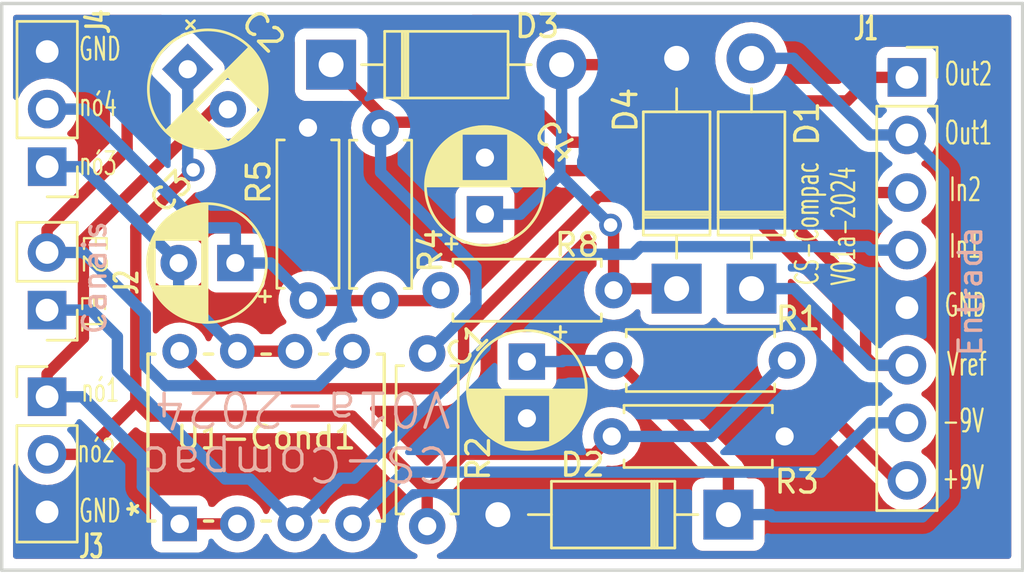
<source format=kicad_pcb>
(kicad_pcb (version 20221018) (generator pcbnew)
  (layers (0 "F.Cu" signal) (31 "B.Cu" signal) (34 "B.Paste" user) (35 "F.Paste" user) (36 "B.SilkS" user "B.Silkscreen") (37 "F.SilkS" user "F.Silkscreen") (38 "B.Mask" user) (39 "F.Mask" user) (44 "Edge.Cuts" user))
  (net 0 "")
  (net 1 "Out_1")
  (net 2 "Earth")
  (net 3 "nó2")
  (net 4 "nó1")
  (net 5 "nó4")
  (net 6 "nó3")
  (net 7 "Out_2")
  (net 8 "Vref")
  (net 9 "Canal_2")
  (net 10 "Canal_1")
  (net 11 "-9V")
  (net 12 "+9V")
  (footprint "Connector_PinHeader_2.54mm:PinHeader_1x02_P2.54mm_Vertical" (layer "F.Cu") (at 124.1 98.625 180)
    (fp_text reference "J2" (at -3.5 1.225 270) (layer "F.SilkS") (effects (font (size 1 0.6))))
    (fp_text value "Canais" (at -2.1 1.425 270) (layer "B.SilkS"))
    (pad "1" thru_hole rect (at 0 0 180) (size 1.7 1.7) (drill 1) (layers "*.Cu" "*.Mask") (net 10 "Canal_1"))
    (pad "2" thru_hole oval (at 0 2.54 180) (size 1.7 1.7) (drill 1) (layers "*.Cu" "*.Mask") (net 9 "Canal_2"))
  )
  (footprint "Capacitor_THT:CP_Radial_D5.0mm_P2.50mm" (layer "F.Cu") (at 132.4 96.55 180)
    (fp_text reference "C3" (at 2.825 3.15 45) (layer "F.SilkS"))
    (fp_text value "1 uF")
    (pad "1" thru_hole rect (at 0 0 180) (size 1.6 1.6) (drill 0.8) (layers "*.Cu" "*.Mask") (net 5 "nó4"))
    (pad "2" thru_hole circle (at 2.5 0 180) (size 1.6 1.6) (drill 0.8) (layers "*.Cu" "*.Mask") (net 6 "nó3"))
  )
  (footprint "Resistor_THT:R_Axial_DIN0207_L6.3mm_D2.5mm_P7.62mm_Horizontal" (layer "F.Cu") (at 135.6 98.2 90)
    (fp_text reference "R5" (at 5.225 -2.175 90) (layer "F.SilkS"))
    (fp_text value "100k")
    (pad "1" thru_hole circle (at 0 0 90) (size 1.6 1.6) (drill 0.8) (layers "*.Cu" "*.Mask") (net 5 "nó4"))
    (pad "2" thru_hole oval (at 7.62 0 90) (size 1.6 1.6) (drill 0.8) (layers "*.Cu" "*.Mask") (net 2 "Earth"))
  )
  (footprint "Connector_PinHeader_2.54mm:PinHeader_1x03_P2.54mm_Vertical" (layer "F.Cu") (at 124.1 102.45)
    (fp_text reference "J3" (at 1.95 6.6) (layer "F.SilkS") (effects (font (size 1 0.6))))
    (fp_text value "Conn_01x03")
    (pad "1" thru_hole rect (at 0 0) (size 1.7 1.7) (drill 1) (layers "*.Cu" "*.Mask") (net 4 "nó1"))
    (pad "2" thru_hole oval (at 0 2.54) (size 1.7 1.7) (drill 1) (layers "*.Cu" "*.Mask") (net 3 "nó2"))
    (pad "3" thru_hole oval (at 0 5.08) (size 1.7 1.7) (drill 1) (layers "*.Cu" "*.Mask") (net 2 "Earth"))
  )
  (footprint "Resistor_THT:R_Axial_DIN0207_L6.3mm_D2.5mm_P7.62mm_Horizontal" (layer "F.Cu") (at 156.71 100.85 180)
    (fp_text reference "R1" (at -0.49 1.85) (layer "F.SilkS"))
    (fp_text value "220")
    (pad "1" thru_hole circle (at 0 0 180) (size 1.6 1.6) (drill 0.8) (layers "*.Cu" "*.Mask") (net 3 "nó2"))
    (pad "2" thru_hole oval (at 7.62 0 180) (size 1.6 1.6) (drill 0.8) (layers "*.Cu" "*.Mask") (net 1 "Out_1"))
  )
  (footprint "Connector_PinHeader_2.54mm:PinHeader_1x03_P2.54mm_Vertical" (layer "F.Cu") (at 124.105 92.3 180)
    (fp_text reference "J4" (at -2.245 6.4 90) (layer "F.SilkS") (effects (font (size 1 0.6))))
    (fp_text value "Conn_01x03")
    (pad "1" thru_hole rect (at 0 0 180) (size 1.7 1.7) (drill 1) (layers "*.Cu" "*.Mask") (net 6 "nó3"))
    (pad "2" thru_hole oval (at 0 2.54 180) (size 1.7 1.7) (drill 1) (layers "*.Cu" "*.Mask") (net 5 "nó4"))
    (pad "3" thru_hole oval (at 0 5.08 180) (size 1.7 1.7) (drill 1) (layers "*.Cu" "*.Mask") (net 2 "Earth"))
  )
  (footprint "AD828:N_8_ADI" (layer "F.Cu") (at 129.9451 108.06 90)
    (fp_text reference "U1-Cond1" (at 3.81 3.81 unlocked) (layer "F.SilkS"))
    (fp_text value "AD828AN")
    (fp_text user "*" (at 0.66 -1.74 90) (layer "F.SilkS"))
    (pad "1" thru_hole rect (at 0 0 90) (size 1.524 1.524) (drill 0.8128) (layers "*.Cu" "*.Mask") (net 4 "nó1"))
    (pad "2" thru_hole circle (at 0 2.54 90) (size 1.524 1.524) (drill 0.8128) (layers "*.Cu" "*.Mask") (net 4 "nó1"))
    (pad "3" thru_hole circle (at 0 5.08 90) (size 1.524 1.524) (drill 0.8128) (layers "*.Cu" "*.Mask") (net 10 "Canal_1"))
    (pad "4" thru_hole circle (at 0 7.62 90) (size 1.524 1.524) (drill 0.8128) (layers "*.Cu" "*.Mask") (net 11 "-9V"))
    (pad "5" thru_hole circle (at 7.62 7.62 90) (size 1.524 1.524) (drill 0.8128) (layers "*.Cu" "*.Mask") (net 9 "Canal_2"))
    (pad "6" thru_hole circle (at 7.62 5.08 90) (size 1.524 1.524) (drill 0.8128) (layers "*.Cu" "*.Mask") (net 6 "nó3"))
    (pad "7" thru_hole circle (at 7.62 2.54 90) (size 1.524 1.524) (drill 0.8128) (layers "*.Cu" "*.Mask") (net 6 "nó3"))
    (pad "8" thru_hole circle (at 7.62 0 90) (size 1.524 1.524) (drill 0.8128) (layers "*.Cu" "*.Mask") (net 12 "+9V"))
  )
  (footprint "Diode_THT:D_DO-41_SOD81_P10.16mm_Horizontal" (layer "F.Cu") (at 154.13 107.65 180)
    (fp_text reference "D2" (at 6.43 2.2) (layer "F.SilkS"))
    (fp_text value "1N5819")
    (pad "1" thru_hole rect (at 0 0 180) (size 2.2 2.2) (drill 1.1) (layers "*.Cu" "*.Mask") (net 1 "Out_1"))
    (pad "2" thru_hole oval (at 10.16 0 180) (size 2.2 2.2) (drill 1.1) (layers "*.Cu" "*.Mask") (net 2 "Earth"))
  )
  (footprint "Capacitor_THT:CP_Radial_D5.0mm_P2.50mm" (layer "F.Cu") (at 143.4 94.4 90)
    (fp_text reference "C4" (at 3.2 3.1 135) (layer "F.SilkS"))
    (fp_text value "470 pF")
    (pad "1" thru_hole rect (at 0 0 90) (size 1.6 1.6) (drill 0.8) (layers "*.Cu" "*.Mask") (net 7 "Out_2"))
    (pad "2" thru_hole circle (at 2.5 0 90) (size 1.6 1.6) (drill 0.8) (layers "*.Cu" "*.Mask") (net 2 "Earth"))
  )
  (footprint "Diode_THT:D_DO-41_SOD81_P10.16mm_Horizontal" (layer "F.Cu") (at 151.85 97.68 90)
    (fp_text reference "D4" (at 7.88 -2.25 90) (layer "F.SilkS"))
    (fp_text value "1N5819")
    (pad "1" thru_hole rect (at 0 0 90) (size 2.2 2.2) (drill 1.1) (layers "*.Cu" "*.Mask") (net 7 "Out_2"))
    (pad "2" thru_hole oval (at 10.16 0 90) (size 2.2 2.2) (drill 1.1) (layers "*.Cu" "*.Mask") (net 2 "Earth"))
  )
  (footprint "Capacitor_THT:CP_Radial_D5.0mm_P2.50mm" (layer "F.Cu") (at 145.25 100.9 -90)
    (fp_text reference "C1" (at -0.7 2.65 -135) (layer "F.SilkS"))
    (fp_text value "470 pF")
    (pad "1" thru_hole rect (at 0 0 270) (size 1.6 1.6) (drill 0.8) (layers "*.Cu" "*.Mask") (net 1 "Out_1"))
    (pad "2" thru_hole circle (at 2.5 0 270) (size 1.6 1.6) (drill 0.8) (layers "*.Cu" "*.Mask") (net 2 "Earth"))
  )
  (footprint "Diode_THT:D_DO-41_SOD81_P10.16mm_Horizontal" (layer "F.Cu") (at 136.62 87.8)
    (fp_text reference "D3" (at 9.08 -1.7) (layer "F.SilkS"))
    (fp_text value "1N5819")
    (pad "1" thru_hole rect (at 0 0) (size 2.2 2.2) (drill 1.1) (layers "*.Cu" "*.Mask") (net 8 "Vref"))
    (pad "2" thru_hole oval (at 10.16 0) (size 2.2 2.2) (drill 1.1) (layers "*.Cu" "*.Mask") (net 7 "Out_2"))
  )
  (footprint "Resistor_THT:R_Axial_DIN0207_L6.3mm_D2.5mm_P7.62mm_Horizontal" (layer "F.Cu") (at 140.8551 100.54 -90)
    (fp_text reference "R2" (at 4.635 -2.244887 90) (layer "F.SilkS"))
    (fp_text value "100k")
    (pad "1" thru_hole circle (at 0 0 270) (size 1.6 1.6) (drill 0.8) (layers "*.Cu" "*.Mask") (net 8 "Vref"))
    (pad "2" thru_hole oval (at 7.62 0 270) (size 1.6 1.6) (drill 0.8) (layers "*.Cu" "*.Mask") (net 3 "nó2"))
  )
  (footprint "Resistor_THT:R_Axial_DIN0207_L6.3mm_D2.5mm_P7.62mm_Horizontal" (layer "F.Cu") (at 141.45 97.75)
    (fp_text reference "R8" (at 6.01 -2) (layer "F.SilkS"))
    (fp_text value "220")
    (pad "1" thru_hole circle (at 0 0) (size 1.6 1.6) (drill 0.8) (layers "*.Cu" "*.Mask") (net 5 "nó4"))
    (pad "2" thru_hole oval (at 7.62 0) (size 1.6 1.6) (drill 0.8) (layers "*.Cu" "*.Mask") (net 7 "Out_2"))
  )
  (footprint "Resistor_THT:R_Axial_DIN0207_L6.3mm_D2.5mm_P7.62mm_Horizontal" (layer "F.Cu") (at 138.8 90.59 -90)
    (fp_text reference "R4" (at 5.41 -2.2 90) (layer "F.SilkS"))
    (fp_text value "100k")
    (pad "1" thru_hole circle (at 0 0 270) (size 1.6 1.6) (drill 0.8) (layers "*.Cu" "*.Mask") (net 8 "Vref"))
    (pad "2" thru_hole oval (at 7.62 0 270) (size 1.6 1.6) (drill 0.8) (layers "*.Cu" "*.Mask") (net 5 "nó4"))
  )
  (footprint "Connector_PinSocket_2.54mm:PinSocket_1x08_P2.54mm_Vertical" (layer "F.Cu") (at 162 88.36)
    (fp_text reference "J1" (at -1.8 -2.16) (layer "F.SilkS") (effects (font (size 1 0.6))))
    (fp_text value "Entrada" (at 2.8 9.44 90) (layer "B.SilkS"))
    (pad "1" thru_hole rect (at 0 0) (size 1.7 1.7) (drill 1) (layers "*.Cu" "*.Mask") (net 7 "Out_2"))
    (pad "2" thru_hole oval (at 0 2.54) (size 1.7 1.7) (drill 1) (layers "*.Cu" "*.Mask") (net 1 "Out_1"))
    (pad "3" thru_hole oval (at 0 5.08) (size 1.7 1.7) (drill 1) (layers "*.Cu" "*.Mask") (net 9 "Canal_2"))
    (pad "4" thru_hole oval (at 0 7.62) (size 1.7 1.7) (drill 1) (layers "*.Cu" "*.Mask") (net 10 "Canal_1"))
    (pad "5" thru_hole oval (at 0 10.16) (size 1.7 1.7) (drill 1) (layers "*.Cu" "*.Mask") (net 2 "Earth"))
    (pad "6" thru_hole oval (at 0 12.7) (size 1.7 1.7) (drill 1) (layers "*.Cu" "*.Mask") (net 8 "Vref"))
    (pad "7" thru_hole oval (at 0 15.24) (size 1.7 1.7) (drill 1) (layers "*.Cu" "*.Mask") (net 11 "-9V"))
    (pad "8" thru_hole oval (at 0 17.78) (size 1.7 1.7) (drill 1) (layers "*.Cu" "*.Mask") (net 12 "+9V"))
  )
  (footprint "Capacitor_THT:CP_Radial_D5.0mm_P2.50mm" (layer "F.Cu") (at 130.3 88 -45)
    (fp_text reference "C2" (at 1.166726 -3.535534 -225) (layer "F.SilkS"))
    (fp_text value "1 uF")
    (pad "1" thru_hole rect (at 0 0 315) (size 1.6 1.6) (drill 0.8) (layers "*.Cu" "*.Mask") (net 3 "nó2"))
    (pad "2" thru_hole circle (at 2.5 0 315) (size 1.6 1.6) (drill 0.8) (layers "*.Cu" "*.Mask") (net 4 "nó1"))
  )
  (footprint "Diode_THT:D_DO-41_SOD81_P10.16mm_Horizontal" (layer "F.Cu") (at 155.15 97.68 90)
    (fp_text reference "D1" (at 7.28 2.45 90) (layer "F.SilkS"))
    (fp_text value "1N5819")
    (pad "1" thru_hole rect (at 0 0 90) (size 2.2 2.2) (drill 1.1) (layers "*.Cu" "*.Mask") (net 8 "Vref"))
    (pad "2" thru_hole oval (at 10.16 0 90) (size 2.2 2.2) (drill 1.1) (layers "*.Cu" "*.Mask") (net 1 "Out_1"))
  )
  (footprint "Resistor_THT:R_Axial_DIN0207_L6.3mm_D2.5mm_P7.62mm_Horizontal" (layer "F.Cu") (at 148.99 104.2)
    (fp_text reference "R3" (at 8.16 2) (layer "F.SilkS"))
    (fp_text value "100k")
    (pad "1" thru_hole circle (at 0 0) (size 1.6 1.6) (drill 0.8) (layers "*.Cu" "*.Mask") (net 3 "nó2"))
    (pad "2" thru_hole oval (at 7.62 0) (size 1.6 1.6) (drill 0.8) (layers "*.Cu" "*.Mask") (net 2 "Earth"))
  )
  (gr_line (start 122.1 85.1) (end 167.1 85.1) (stroke (width 0.15)) (layer "Edge.Cuts"))
  (gr_line (start 167.1 85.1) (end 167.1 110.1) (stroke (width 0.15)) (layer "Edge.Cuts"))
  (gr_line (start 122.1 110.1) (end 167.1 110.1) (stroke (width 0.15)) (layer "Edge.Cuts"))
  (gr_line (start 122.1 85.1) (end 122.1 110.1) (stroke (width 0.15)) (layer "Edge.Cuts"))
  (gr_text "CS-Compac\nV01a-2024" (at 142 102.1 180) (layer "B.SilkS") (effects (font (size 1.5 1.5)) (justify left bottom)))
  (gr_text "GND" (at 163.6 99) (layer "F.SilkS") (effects (font (size 1 0.6) (thickness 0.1)) (justify left bottom)))
  (gr_text "Out1" (at 163.6 91.4) (layer "F.SilkS") (effects (font (size 1 0.6) (thickness 0.1)) (justify left bottom)))
  (gr_text "GND" (at 125.45 87.7) (layer "F.SilkS") (effects (font (size 1 0.6) (thickness 0.1)) (justify left bottom)))
  (gr_text "CS-Compac\nV01a-2024" (at 159.8 97.6 90) (layer "F.SilkS") (effects (font (size 1 0.6) (thickness 0.1) bold) (justify left bottom)))
  (gr_text "nó2" (at 125.375 105.425) (layer "F.SilkS") (effects (font (size 1 0.6) (thickness 0.1)) (justify left bottom)))
  (gr_text "In1\n" (at 163.8 96.4) (layer "F.SilkS") (effects (font (size 1 0.6) (thickness 0.1)) (justify left bottom)))
  (gr_text "E2" (at 125.6 95.15 -90) (layer "F.SilkS") (effects (font (size 1 1) (thickness 0.1)) (justify left bottom)))
  (gr_text "In2\n" (at 163.8 93.9) (layer "F.SilkS") (effects (font (size 1 0.6) (thickness 0.1)) (justify left bottom)))
  (gr_text "nó4\n" (at 125.45 90.15) (layer "F.SilkS") (effects (font (size 1 0.6) (thickness 0.1)) (justify left bottom)))
  (gr_text "+9V" (at 163.5 106.6) (layer "F.SilkS") (effects (font (size 1 0.6) (thickness 0.1)) (justify left bottom)))
  (gr_text "nó3" (at 125.45 92.75) (layer "F.SilkS") (effects (font (size 1 0.6) (thickness 0.1)) (justify left bottom)))
  (gr_text "Vref" (at 163.7 101.6) (layer "F.SilkS") (effects (font (size 1 0.6) (thickness 0.1)) (justify left bottom)))
  (gr_text "E1" (at 125.525 97.8 -90) (layer "F.SilkS") (effects (font (size 1 1) (thickness 0.1)) (justify left bottom)))
  (gr_text "Out2" (at 163.6 88.8) (layer "F.SilkS") (effects (font (size 1 0.6) (thickness 0.1)) (justify left bottom)))
  (gr_text "GND" (at 125.45 108.075) (layer "F.SilkS") (effects (font (size 1 0.6) (thickness 0.1)) (justify left bottom)))
  (gr_text "nó1\n" (at 125.55 102.75) (layer "F.SilkS") (effects (font (size 1 0.6) (thickness 0.1)) (justify left bottom)))
  (gr_text "-9V" (at 163.5 104.1) (layer "F.SilkS") (effects (font (size 1 0.6) (thickness 0.1)) (justify left bottom)))
  (segment (start 149.09 100.85) (end 149.1819 100.85) (width 0.5) (layer "F.Cu") (net 1))
  (segment (start 149.1819 100.85) (end 154.13 105.7981) (width 0.5) (layer "F.Cu") (net 1))
  (segment (start 154.13 105.7981) (end 154.13 107.65) (width 0.5) (layer "F.Cu") (net 1))
  (segment (start 155.15 87.52) (end 157.0019 87.52) (width 0.5) (layer "B.Cu") (net 1))
  (segment (start 163.6226 106.8049) (end 163.6226 92.5226) (width 0.5) (layer "B.Cu") (net 1))
  (segment (start 146.8519 100.85) (end 146.8019 100.9) (width 0.5) (layer "B.Cu") (net 1))
  (segment (start 155.9819 107.65) (end 156.0814 107.7495) (width 0.5) (layer "B.Cu") (net 1))
  (segment (start 156.0814 107.7495) (end 162.678 107.7495) (width 0.5) (layer "B.Cu") (net 1))
  (segment (start 162 90.9) (end 160.3819 90.9) (width 0.5) (layer "B.Cu") (net 1))
  (segment (start 163.6226 92.5226) (end 162 90.9) (width 0.5) (layer "B.Cu") (net 1))
  (segment (start 154.13 107.65) (end 155.9819 107.65) (width 0.5) (layer "B.Cu") (net 1))
  (segment (start 160.3819 90.9) (end 157.0019 87.52) (width 0.5) (layer "B.Cu") (net 1))
  (segment (start 162.678 107.7495) (end 163.6226 106.8049) (width 0.5) (layer "B.Cu") (net 1))
  (segment (start 145.25 100.9) (end 146.8019 100.9) (width 0.5) (layer "B.Cu") (net 1))
  (segment (start 149.09 100.85) (end 146.8519 100.85) (width 0.5) (layer "B.Cu") (net 1))
  (segment (start 148.2032 104.9868) (end 142.4764 104.9868) (width 0.5) (layer "F.Cu") (net 3))
  (segment (start 128.0108 94.9689) (end 130.5377 92.442) (width 0.5) (layer "F.Cu") (net 3))
  (segment (start 148.99 104.2) (end 148.2032 104.9868) (width 0.5) (layer "F.Cu") (net 3))
  (segment (start 128.0108 102.6811) (end 128.0108 94.9689) (width 0.5) (layer "F.Cu") (net 3))
  (segment (start 128.6345 103.3048) (end 128.0108 102.6811) (width 0.5) (layer "F.Cu") (net 3))
  (segment (start 128.0108 102.6811) (end 125.7019 104.99) (width 0.5) (layer "F.Cu") (net 3))
  (segment (start 124.1 104.99) (end 125.7019 104.99) (width 0.5) (layer "F.Cu") (net 3))
  (segment (start 140.8551 108.16) (end 140.8551 106.6081) (width 0.5) (layer "F.Cu") (net 3))
  (segment (start 140.8551 106.6081) (end 137.5518 103.3048) (width 0.5) (layer "F.Cu") (net 3))
  (segment (start 142.4764 104.9868) (end 140.8551 106.6081) (width 0.5) (layer "F.Cu") (net 3))
  (segment (start 137.5518 103.3048) (end 128.6345 103.3048) (width 0.5) (layer "F.Cu") (net 3))
  (via (at 130.5377 92.442) (size 1) (drill 0.6) (layers "F.Cu" "B.Cu") (net 3))
  (segment (start 148.99 104.2) (end 153.36 104.2) (width 0.5) (layer "B.Cu") (net 3))
  (segment (start 130.3 92.2043) (end 130.3 88) (width 0.5) (layer "B.Cu") (net 3))
  (segment (start 130.5377 92.442) (end 130.3 92.2043) (width 0.5) (layer "B.Cu") (net 3))
  (segment (start 153.36 104.2) (end 156.71 100.85) (width 0.5) (layer "B.Cu") (net 3))
  (segment (start 132.4851 108.06) (end 129.9451 108.06) (width 0.5) (layer "F.Cu") (net 4))
  (segment (start 124.1 102.45) (end 124.1 101.4489) (width 0.5) (layer "F.Cu") (net 4))
  (segment (start 125.7019 99.847) (end 125.7019 95.5073) (width 0.5) (layer "F.Cu") (net 4))
  (segment (start 125.7019 95.5073) (end 131.4414 89.7678) (width 0.5) (layer "F.Cu") (net 4))
  (segment (start 131.4414 89.7678) (end 132.0678 89.7678) (width 0.5) (layer "F.Cu") (net 4))
  (segment (start 124.1 101.4489) (end 125.7019 99.847) (width 0.5) (layer "F.Cu") (net 4))
  (segment (start 129.9451 108.06) (end 128.3 106.4149) (width 0.5) (layer "B.Cu") (net 4))
  (segment (start 128.3 106.4149) (end 128.3 105.1) (width 0.5) (layer "B.Cu") (net 4))
  (segment (start 128.3 105.1) (end 125.65 102.45) (width 0.5) (layer "B.Cu") (net 4))
  (segment (start 125.65 102.45) (end 124.1 102.45) (width 0.5) (layer "B.Cu") (net 4))
  (segment (start 135.6 98.2) (end 137.2381 98.2) (width 0.5) (layer "F.Cu") (net 5))
  (segment (start 137.2381 98.2) (end 137.2481 98.21) (width 0.5) (layer "F.Cu") (net 5))
  (segment (start 141.45 97.75) (end 140.99 98.21) (width 0.5) (layer "F.Cu") (net 5))
  (segment (start 140.99 98.21) (end 138.8 98.21) (width 0.5) (layer "F.Cu") (net 5))
  (segment (start 138.8 98.21) (end 137.2481 98.21) (width 0.5) (layer "F.Cu") (net 5))
  (segment (start 124.105 89.76) (end 125.7069 89.76) (width 0.5) (layer "B.Cu") (net 5))
  (segment (start 130.945 94.9981) (end 125.7069 89.76) (width 0.5) (layer "B.Cu") (net 5))
  (segment (start 132.4 94.9981) (end 130.945 94.9981) (width 0.5) (layer "B.Cu") (net 5))
  (segment (start 135.6 98.2) (end 133.9519 96.5519) (width 0.5) (layer "B.Cu") (net 5))
  (segment (start 132.4 96.55) (end 133.9519 96.55) (width 0.5) (layer "B.Cu") (net 5))
  (segment (start 133.9519 96.5519) (end 133.9519 96.55) (width 0.5) (layer "B.Cu") (net 5))
  (segment (start 132.4 96.55) (end 132.4 94.9981) (width 0.5) (layer "B.Cu") (net 5))
  (segment (start 132.4851 100.44) (end 135.0251 100.44) (width 0.5) (layer "F.Cu") (net 6))
  (segment (start 129.9 97.8549) (end 129.9 96.55) (width 0.5) (layer "B.Cu") (net 6))
  (segment (start 132.4851 100.44) (end 129.9 97.8549) (width 0.5) (layer "B.Cu") (net 6))
  (segment (start 124.105 92.3) (end 125.7069 92.3) (width 0.5) (layer "B.Cu") (net 6))
  (segment (start 125.7069 92.3569) (end 125.7069 92.3) (width 0.5) (layer "B.Cu") (net 6))
  (segment (start 129.9 96.55) (end 125.7069 92.3569) (width 0.5) (layer "B.Cu") (net 6))
  (segment (start 160.3981 88.36) (end 159.3598 89.3983) (width 0.5) (layer "F.Cu") (net 7))
  (segment (start 159.3598 89.3983) (end 150.2302 89.3983) (width 0.5) (layer "F.Cu") (net 7))
  (segment (start 148.937 94.8738) (end 149.07 95.0068) (width 0.5) (layer "F.Cu") (net 7))
  (segment (start 146.78 87.8) (end 148.6319 87.8) (width 0.5) (layer "F.Cu") (net 7))
  (segment (start 149.07 97.68) (end 149.07 97.75) (width 0.5) (layer "F.Cu") (net 7))
  (segment (start 150.2302 89.3983) (end 148.6319 87.8) (width 0.5) (layer "F.Cu") (net 7))
  (segment (start 162 88.36) (end 160.3981 88.36) (width 0.5) (layer "F.Cu") (net 7))
  (segment (start 149.07 95.0068) (end 149.07 97.68) (width 0.5) (layer "F.Cu") (net 7))
  (segment (start 149.07 97.68) (end 149.9981 97.68) (width 0.5) (layer "F.Cu") (net 7))
  (segment (start 151.85 97.68) (end 149.9981 97.68) (width 0.5) (layer "F.Cu") (net 7))
  (via (at 148.937 94.8738) (size 1) (drill 0.6) (layers "F.Cu" "B.Cu") (net 7))
  (segment (start 144.9519 94.4) (end 146.7076 92.6443) (width 0.5) (layer "B.Cu") (net 7))
  (segment (start 146.7075 92.6443) (end 146.7076 92.6443) (width 0.5) (layer "B.Cu") (net 7))
  (segment (start 143.4 94.4) (end 144.9519 94.4) (width 0.5) (layer "B.Cu") (net 7))
  (segment (start 146.7076 92.6443) (end 148.937 94.8738) (width 0.5) (layer "B.Cu") (net 7))
  (segment (start 146.78 87.8) (end 146.78 91.653) (width 0.5) (layer "B.Cu") (net 7))
  (segment (start 146.7075 91.7255) (end 146.7075 92.6443) (width 0.5) (layer "B.Cu") (net 7))
  (segment (start 146.78 91.653) (end 146.7075 91.7255) (width 0.5) (layer "B.Cu") (net 7))
  (segment (start 138.9256 90.3389) (end 138.9256 90.1056) (width 0.5) (layer "F.Cu") (net 8))
  (segment (start 154.6372 92.4728) (end 160.1786 98.0142) (width 0.5) (layer "F.Cu") (net 8))
  (segment (start 138.9256 90.1056) (end 136.62 87.8) (width 0.5) (layer "F.Cu") (net 8))
  (segment (start 138.9256 90.3389) (end 144.7166 90.3389) (width 0.5) (layer "F.Cu") (net 8))
  (segment (start 144.7166 90.3389) (end 146.8505 92.4728) (width 0.5) (layer "F.Cu") (net 8))
  (segment (start 138.8 90.59) (end 138.9256 90.4644) (width 0.5) (layer "F.Cu") (net 8))
  (segment (start 160.56 101.06) (end 162 101.06) (width 0.5) (layer "F.Cu") (net 8))
  (segment (start 160.1786 98.0142) (end 160.1786 100.6786) (width 0.5) (layer "F.Cu") (net 8))
  (segment (start 160.1786 100.6786) (end 160.56 101.06) (width 0.5) (layer "F.Cu") (net 8))
  (segment (start 146.8505 92.4728) (end 154.6372 92.4728) (width 0.5) (layer "F.Cu") (net 8))
  (segment (start 138.9256 90.4644) (end 138.9256 90.3389) (width 0.5) (layer "F.Cu") (net 8))
  (segment (start 162 101.06) (end 160.3981 101.06) (width 0.5) (layer "B.Cu") (net 8))
  (segment (start 157.0181 97.68) (end 155.15 97.68) (width 0.5) (layer "B.Cu") (net 8))
  (segment (start 143.0047 98.3904) (end 140.8551 100.54) (width 0.5) (layer "B.Cu") (net 8))
  (segment (start 138.8 90.59) (end 138.8 92.5429) (width 0.5) (layer "B.Cu") (net 8))
  (segment (start 160.3981 101.06) (end 157.0181 97.68) (width 0.5) (layer "B.Cu") (net 8))
  (segment (start 138.8 92.5429) (end 143.0047 96.7476) (width 0.5) (layer "B.Cu") (net 8))
  (segment (start 143.0047 96.7476) (end 143.0047 98.3904) (width 0.5) (layer "B.Cu") (net 8))
  (segment (start 141.8382 85.9481) (end 147.111 91.2209) (width 0.5) (layer "F.Cu") (net 9))
  (segment (start 124.1 96.085) (end 124.1 95.0838) (width 0.5) (layer "F.Cu") (net 9))
  (segment (start 160.3981 93.44) (end 162 93.44) (width 0.5) (layer "F.Cu") (net 9))
  (segment (start 127.6279 91.5559) (end 127.6279 88.4641) (width 0.5) (layer "F.Cu") (net 9))
  (segment (start 158.179 91.2209) (end 160.3981 93.44) (width 0.5) (layer "F.Cu") (net 9))
  (segment (start 127.6279 88.4641) (end 130.1439 85.9481) (width 0.5) (layer "F.Cu") (net 9))
  (segment (start 130.1439 85.9481) (end 141.8382 85.9481) (width 0.5) (layer "F.Cu") (net 9))
  (segment (start 124.1 95.0838) (end 127.6279 91.5559) (width 0.5) (layer "F.Cu") (net 9))
  (segment (start 147.111 91.2209) (end 158.179 91.2209) (width 0.5) (layer "F.Cu") (net 9))
  (segment (start 136.0415 101.9636) (end 129.3148 101.9636) (width 0.5) (layer "B.Cu") (net 9))
  (segment (start 129.3148 101.9636) (end 128.4287 101.0775) (width 0.5) (layer "B.Cu") (net 9))
  (segment (start 124.1 96.085) (end 125.7019 96.085) (width 0.5) (layer "B.Cu") (net 9))
  (segment (start 128.4287 98.8118) (end 125.7019 96.085) (width 0.5) (layer "B.Cu") (net 9))
  (segment (start 128.4287 101.0775) (end 128.4287 98.8118) (width 0.5) (layer "B.Cu") (net 9))
  (segment (start 137.5651 100.44) (end 136.0415 101.9636) (width 0.5) (layer "B.Cu") (net 9))
  (segment (start 160.3981 95.98) (end 160.2462 95.8281) (width 0.5) (layer "B.Cu") (net 10))
  (segment (start 149.9202 96.1661) (end 147.3177 96.1661) (width 0.5) (layer "B.Cu") (net 10))
  (segment (start 160.2462 95.8281) (end 150.2582 95.8281) (width 0.5) (layer "B.Cu") (net 10))
  (segment (start 127.2 101.3245) (end 127.2 99.8) (width 0.5) (layer "B.Cu") (net 10))
  (segment (start 137.6237 106.0418) (end 137.0433 106.0418) (width 0.5) (layer "B.Cu") (net 10))
  (segment (start 143.4064 100.0774) (end 143.4064 100.2591) (width 0.5) (layer "B.Cu") (net 10))
  (segment (start 133.0438 106.0787) (end 131.9542 106.0787) (width 0.5) (layer "B.Cu") (net 10))
  (segment (start 135.0251 108.06) (end 133.0438 106.0787) (width 0.5) (layer "B.Cu") (net 10))
  (segment (start 127.2 99.8) (end 126.025 98.625) (width 0.5) (layer "B.Cu") (net 10))
  (segment (start 137.0433 106.0418) (end 135.0251 108.06) (width 0.5) (layer "B.Cu") (net 10))
  (segment (start 143.4064 100.2591) (end 137.6237 106.0418) (width 0.5) (layer "B.Cu") (net 10))
  (segment (start 162 95.98) (end 160.3981 95.98) (width 0.5) (layer "B.Cu") (net 10))
  (segment (start 126.025 98.625) (end 124.1 98.625) (width 0.5) (layer "B.Cu") (net 10))
  (segment (start 150.2582 95.8281) (end 149.9202 96.1661) (width 0.5) (layer "B.Cu") (net 10))
  (segment (start 131.9542 106.0787) (end 127.2 101.3245) (width 0.5) (layer "B.Cu") (net 10))
  (segment (start 147.3177 96.1661) (end 143.4064 100.0774) (width 0.5) (layer "B.Cu") (net 10))
  (segment (start 158.223 105.7751) (end 160.3981 103.6) (width 0.5) (layer "B.Cu") (net 11))
  (segment (start 139.85 105.7751) (end 158.223 105.7751) (width 0.5) (layer "B.Cu") (net 11))
  (segment (start 137.5651 108.06) (end 139.85 105.7751) (width 0.5) (layer "B.Cu") (net 11))
  (segment (start 162 103.6) (end 160.3981 103.6) (width 0.5) (layer "B.Cu") (net 11))
  (segment (start 154.351 93.6108) (end 158.9571 98.2169) (width 0.5) (layer "F.Cu") (net 12))
  (segment (start 129.9451 100.44) (end 131.601 102.0959) (width 0.5) (layer "F.Cu") (net 12))
  (segment (start 142.4584 101.2239) (end 142.4584 99.5669) (width 0.5) (layer "F.Cu") (net 12))
  (segment (start 142.4584 99.5669) (end 148.4145 93.6108) (width 0.5) (layer "F.Cu") (net 12))
  (segment (start 131.601 102.0959) (end 141.5864 102.0959) (width 0.5) (layer "F.Cu") (net 12))
  (segment (start 161.54 106.14) (end 162 106.14) (width 0.5) (layer "F.Cu") (net 12))
  (segment (start 158.9571 103.5571) (end 161.54 106.14) (width 0.5) (layer "F.Cu") (net 12))
  (segment (start 141.5864 102.0959) (end 142.4584 101.2239) (width 0.5) (layer "F.Cu") (net 12))
  (segment (start 158.9571 98.2169) (end 158.9571 103.5571) (width 0.5) (layer "F.Cu") (net 12))
  (segment (start 148.4145 93.6108) (end 154.351 93.6108) (width 0.5) (layer "F.Cu") (net 12))
  (zone (net 2) (net_name "Earth") (layers "F&B.Cu") (connect_pads yes (clearance 0.5)) (min_thickness 0.25) (fill yes (thermal_gap 0.5) (thermal_bridge_width 0.5))
    (polygon (pts (xy 122.4 85.4) (xy 166.8 85.4) (xy 166.8 109.8) (xy 122.4 109.8)))
  )
)
</source>
